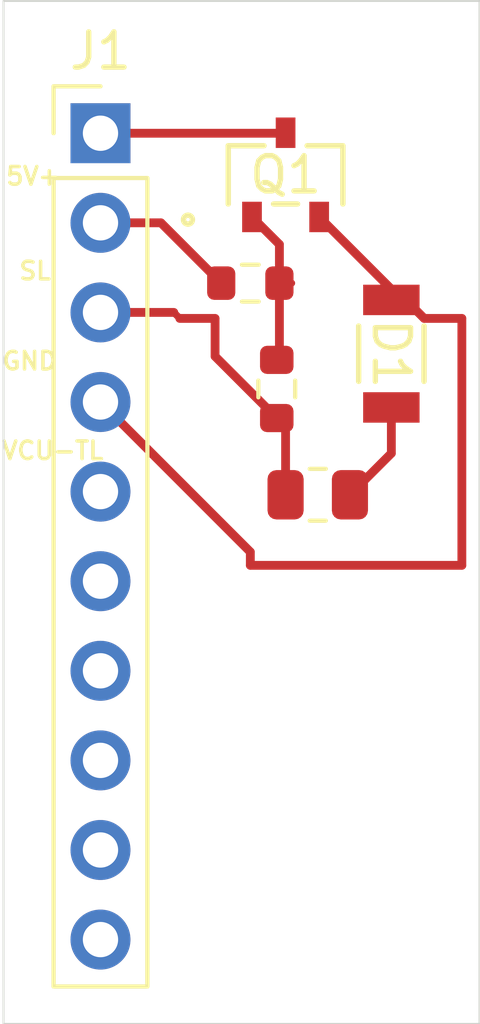
<source format=kicad_pcb>
(kicad_pcb (version 20240108) (generator "pcbnew") (generator_version "8.0")
  (layers (0 "F.Cu" signal) (31 "B.Cu" signal) (34 "B.Paste" user) (35 "F.Paste" user) (36 "B.SilkS" user "B.Silkscreen") (37 "F.SilkS" user "F.Silkscreen") (38 "B.Mask" user) (39 "F.Mask" user) (44 "Edge.Cuts" user))
  (net 0 "")
  (net 7 "5v+")
  (net 8 "VCU-Throttle-Latching")
  (net 9 "From-Safety-Loop")
  (net 10 "GND")
  (net 11 "From-Safety-Loop-2")
  (net 12 "uuhh")
  (footprint "Connector_PinHeader_2.54mm:PinHeader_1x10_P2.54mm_Vertical" (layer "F.Cu") (at 26.75 21.75)
    (property "Reference" "J1" (at 0 -2.33 0) (layer "F.SilkS"))
    (property "Value" "PH1-10-UA" (hide yes))
    (fp_line (start -1.33 -1.33) (end 0 -1.33) (stroke (width 0.12)) (layer "F.SilkS"))
    (fp_line (start -1.33 0) (end -1.33 -1.33) (stroke (width 0.12)) (layer "F.SilkS"))
    (fp_line (start -1.33 1.27) (end -1.33 24.19) (stroke (width 0.12)) (layer "F.SilkS"))
    (fp_line (start -1.33 1.27) (end 1.33 1.27) (stroke (width 0.12)) (layer "F.SilkS"))
    (fp_line (start -1.33 24.19) (end 1.33 24.19) (stroke (width 0.12)) (layer "F.SilkS"))
    (fp_line (start 1.33 1.27) (end 1.33 24.19) (stroke (width 0.12)) (layer "F.SilkS"))
    (pad "1" thru_hole rect (at 0 0) (size 1.7 1.7) (drill 1) (layers "*.Cu" "*.Mask") (net 7 "5v+"))
    (pad "2" thru_hole oval (at 0 2.54) (size 1.7 1.7) (drill 1) (layers "*.Cu" "*.Mask") (net 9 "From-Safety-Loop"))
    (pad "3" thru_hole oval (at 0 5.08) (size 1.7 1.7) (drill 1) (layers "*.Cu" "*.Mask") (net 10 "GND"))
    (pad "4" thru_hole oval (at 0 7.62) (size 1.7 1.7) (drill 1) (layers "*.Cu" "*.Mask") (net 8 "VCU-Throttle-Latching"))
    (pad "5" thru_hole oval (at 0 10.16) (size 1.7 1.7) (drill 1) (layers "*.Cu" "*.Mask"))
    (pad "6" thru_hole oval (at 0 12.7) (size 1.7 1.7) (drill 1) (layers "*.Cu" "*.Mask"))
    (pad "7" thru_hole oval (at 0 15.24) (size 1.7 1.7) (drill 1) (layers "*.Cu" "*.Mask"))
    (pad "8" thru_hole oval (at 0 17.78) (size 1.7 1.7) (drill 1) (layers "*.Cu" "*.Mask"))
    (pad "9" thru_hole oval (at 0 20.32) (size 1.7 1.7) (drill 1) (layers "*.Cu" "*.Mask"))
    (pad "10" thru_hole oval (at 0 22.86) (size 1.7 1.7) (drill 1) (layers "*.Cu" "*.Mask"))
  )
  (footprint "Resistor_SMD:R_0603_1608Metric" (layer "F.Cu") (at 31 26)
    (property "Reference" "R2" (hide yes))
    (property "Value" "10k")
    (fp_line (start -0.237258 -0.5225) (end 0.237258 -0.5225) (stroke (width 0.12)) (layer "F.SilkS"))
    (fp_line (start -0.237258 0.5225) (end 0.237258 0.5225) (stroke (width 0.12)) (layer "F.SilkS"))
    (pad "1" smd roundrect (at -0.825 0) (size 0.8 0.95) (layers "F.Cu" "F.Paste" "F.Mask") (net 9 "From-Safety-Loop"))
    (pad "2" smd roundrect (at 0.825 0) (size 0.8 0.95) (layers "F.Cu" "F.Paste" "F.Mask") (net 11 "From-Safety-Loop-2"))
  )
  (footprint "LED:LED_AP3216SYD_KNB" (layer "F.Cu") (at 35 28 -90)
    (property "Reference" "D1" (at 0 0 -90) (layer "F.SilkS"))
    (property "Value" "LED (Test)")
    (fp_line (start -0.78465 0.9271) (end 0.78465 0.9271) (stroke (width 0.1524)) (layer "F.SilkS"))
    (fp_line (start 0.78465 -0.9271) (end -0.78465 -0.9271) (stroke (width 0.1524)) (layer "F.SilkS"))
    (pad "1" smd rect (at -1.524 0 270) (size 0.8636 1.6002) (layers "F.Cu" "F.Paste" "F.Mask") (net 8 "VCU-Throttle-Latching"))
    (pad "2" smd rect (at 1.524 0 270) (size 0.8636 1.6002) (layers "F.Cu" "F.Paste" "F.Mask") (net 12 "uuhh"))
  )
  (footprint "Resistor_SMD:R_0805_2012Metric" (layer "F.Cu") (at 32.9125 32)
    (property "Reference" "R1" (hide yes))
    (property "Value" "150R")
    (fp_line (start -0.227064 -0.735) (end 0.227064 -0.735) (stroke (width 0.12)) (layer "F.SilkS"))
    (fp_line (start -0.227064 0.735) (end 0.227064 0.735) (stroke (width 0.12)) (layer "F.SilkS"))
    (pad "1" smd roundrect (at -0.9125 0) (size 1.025 1.4) (layers "F.Cu" "F.Paste" "F.Mask") (roundrect_rratio 0.243902) (net 10 "GND"))
    (pad "2" smd roundrect (at 0.9125 0) (size 1.025 1.4) (layers "F.Cu" "F.Paste" "F.Mask") (roundrect_rratio 0.243902) (net 12 "uuhh"))
  )
  (footprint "SOC:SOT23_INF" (layer "F.Cu") (at 32 22.93)
    (property "Reference" "Q1" (at 0 0 0) (layer "F.SilkS"))
    (property "Value" "AON6411")
    (fp_line (start -1.6256 -0.8255) (end -1.6256 0.8255) (stroke (width 0.1524)) (layer "F.SilkS"))
    (fp_line (start -0.61214 -0.8255) (end -1.6256 -0.8255) (stroke (width 0.1524)) (layer "F.SilkS"))
    (fp_line (start -0.34036 0.8255) (end 0.34036 0.8255) (stroke (width 0.1524)) (layer "F.SilkS"))
    (fp_line (start 1.6256 -0.8255) (end 0.61214 -0.8255) (stroke (width 0.1524)) (layer "F.SilkS"))
    (fp_line (start 1.6256 0.8255) (end 1.6256 -0.8255) (stroke (width 0.1524)) (layer "F.SilkS"))
    (fp_circle (center -2.7686 1.27) (end -2.6416 1.27) (stroke (width 0.1524)) (fill none) (layer "F.SilkS"))
    (pad "1" smd rect (at -0.9525 1.1938) (size 0.5588 0.8636) (layers "F.Cu" "F.Paste" "F.Mask") (net 11 "From-Safety-Loop-2"))
    (pad "2" smd rect (at 0.9525 1.1938) (size 0.5588 0.8636) (layers "F.Cu" "F.Paste" "F.Mask") (net 8 "VCU-Throttle-Latching"))
    (pad "3" smd rect (at 0 -1.1938) (size 0.5588 0.8636) (layers "F.Cu" "F.Paste" "F.Mask") (net 7 "5v+"))
  )
  (footprint "Resistor_SMD:R_0603_1608Metric" (layer "F.Cu") (at 31.75 29 90)
    (property "Reference" "R3" (hide yes))
    (property "Value" "10k")
    (fp_line (start -0.237258 -0.5225) (end 0.237258 -0.5225) (stroke (width 0.12)) (layer "F.SilkS"))
    (fp_line (start -0.237258 0.5225) (end 0.237258 0.5225) (stroke (width 0.12)) (layer "F.SilkS"))
    (pad "1" smd roundrect (at -0.825 0 90) (size 0.8 0.95) (layers "F.Cu" "F.Paste" "F.Mask") (net 10 "GND"))
    (pad "2" smd roundrect (at 0.825 0 90) (size 0.8 0.95) (layers "F.Cu" "F.Paste" "F.Mask") (net 11 "From-Safety-Loop-2"))
  )
  (gr_rect (start 24 18) (end 37.5 47) (stroke (width 0.054)) (fill none) (layer "Edge.Cuts"))
  (gr_text "SL\n\n" (at 24.39 26.75 0) (layer "F.SilkS") (effects (font (size 0.5 0.5) (thickness 0.1)) (justify left bottom)))
  (gr_text "GND\n" (at 23.91 28.5 0) (layer "F.SilkS") (effects (font (size 0.5 0.5) (thickness 0.1)) (justify left bottom)))
  (gr_text "5V+" (at 24.02 23.26 0) (layer "F.SilkS") (effects (font (size 0.5 0.5) (thickness 0.1)) (justify left bottom)))
  (gr_text "VCU-TL\n" (at 23.9 31.04 0) (layer "F.SilkS") (effects (font (size 0.5 0.5) (thickness 0.1)) (justify left bottom)))
  (segment (start 31.9862 21.75) (end 32 21.7362) (width 0.2) (layer "F.Cu") (net 7))
  (segment (start 26.7638 21.7362) (end 26.75 21.75) (width 0.2) (layer "F.Cu") (net 7))
  (segment (start 26.75 21.75) (end 31.9862 21.75) (width 0.25) (layer "F.Cu") (net 7))
  (segment (start 31 33.62) (end 26.75 29.37) (width 0.25) (layer "F.Cu") (net 8))
  (segment (start 35 26.476) (end 35.408122 26.476) (width 0.2) (layer "F.Cu") (net 8))
  (segment (start 31 34) (end 31 33.62) (width 0.25) (layer "F.Cu") (net 8))
  (segment (start 32.9525 24.1238) (end 35 26.1713) (width 0.25) (layer "F.Cu") (net 8))
  (segment (start 35.408122 26.476) (end 35.932122 27) (width 0.25) (layer "F.Cu") (net 8))
  (segment (start 35 26.1713) (end 35 26.476) (width 0.2) (layer "F.Cu") (net 8))
  (segment (start 37 27) (end 37 34) (width 0.25) (layer "F.Cu") (net 8))
  (segment (start 37 34) (end 31 34) (width 0.25) (layer "F.Cu") (net 8))
  (segment (start 35.932122 27) (end 37 27) (width 0.25) (layer "F.Cu") (net 8))
  (segment (start 28.465 24.29) (end 30.175 26) (width 0.25) (layer "F.Cu") (net 9))
  (segment (start 26.75 24.29) (end 28.465 24.29) (width 0.25) (layer "F.Cu") (net 9))
  (segment (start 31.75 29.825) (end 30 28.075) (width 0.25) (layer "F.Cu") (net 10))
  (segment (start 32 32) (end 32 30.075) (width 0.25) (layer "F.Cu") (net 10))
  (segment (start 32 30.075) (end 31.75 29.825) (width 0.2) (layer "F.Cu") (net 10))
  (segment (start 30 27) (end 29 27) (width 0.25) (layer "F.Cu") (net 10))
  (segment (start 28.83 26.83) (end 26.75 26.83) (width 0.25) (layer "F.Cu") (net 10))
  (segment (start 30 28.075) (end 30 27) (width 0.25) (layer "F.Cu") (net 10))
  (segment (start 29 27) (end 28.83 26.83) (width 0.2) (layer "F.Cu") (net 10))
  (segment (start 31.825 24.9013) (end 31.0475 24.1238) (width 0.25) (layer "F.Cu") (net 11))
  (segment (start 31.825 28.1) (end 31.75 28.175) (width 0.2) (layer "F.Cu") (net 11))
  (segment (start 31.825 26) (end 31.825 24.9013) (width 0.25) (layer "F.Cu") (net 11))
  (segment (start 31.825 26) (end 31.825 28.1) (width 0.25) (layer "F.Cu") (net 11))
  (segment (start 31.825 26) (end 32.1713 26) (width 0.2) (layer "F.Cu") (net 11))
  (segment (start 35 29.524) (end 35 30.825) (width 0.25) (layer "F.Cu") (net 12))
  (segment (start 35 30.825) (end 33.825 32) (width 0.25) (layer "F.Cu") (net 12))
  (segment (start 34 31.825) (end 34.175 32) (width 0.2) (layer "F.Cu") (net 12))
)
</source>
